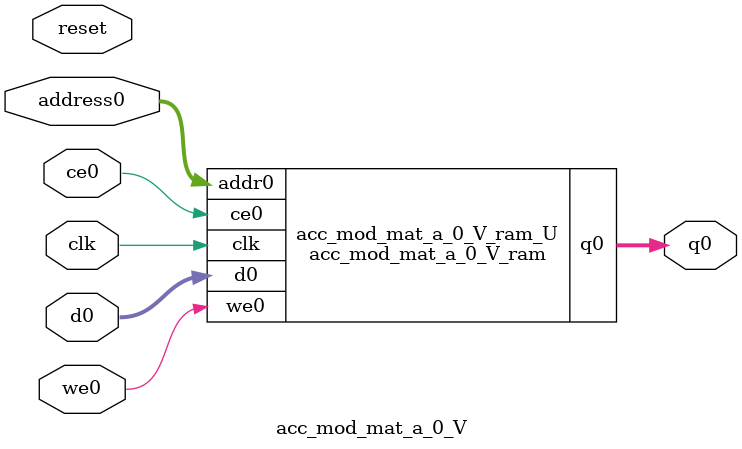
<source format=v>
`timescale 1 ns / 1 ps
module acc_mod_mat_a_0_V_ram (addr0, ce0, d0, we0, q0,  clk);

parameter DWIDTH = 64;
parameter AWIDTH = 2;
parameter MEM_SIZE = 4;

input[AWIDTH-1:0] addr0;
input ce0;
input[DWIDTH-1:0] d0;
input we0;
output reg[DWIDTH-1:0] q0;
input clk;

(* ram_style = "distributed" *)reg [DWIDTH-1:0] ram[0:MEM_SIZE-1];




always @(posedge clk)  
begin 
    if (ce0) begin
        if (we0) 
            ram[addr0] <= d0; 
        q0 <= ram[addr0];
    end
end


endmodule

`timescale 1 ns / 1 ps
module acc_mod_mat_a_0_V(
    reset,
    clk,
    address0,
    ce0,
    we0,
    d0,
    q0);

parameter DataWidth = 32'd64;
parameter AddressRange = 32'd4;
parameter AddressWidth = 32'd2;
input reset;
input clk;
input[AddressWidth - 1:0] address0;
input ce0;
input we0;
input[DataWidth - 1:0] d0;
output[DataWidth - 1:0] q0;



acc_mod_mat_a_0_V_ram acc_mod_mat_a_0_V_ram_U(
    .clk( clk ),
    .addr0( address0 ),
    .ce0( ce0 ),
    .we0( we0 ),
    .d0( d0 ),
    .q0( q0 ));

endmodule


</source>
